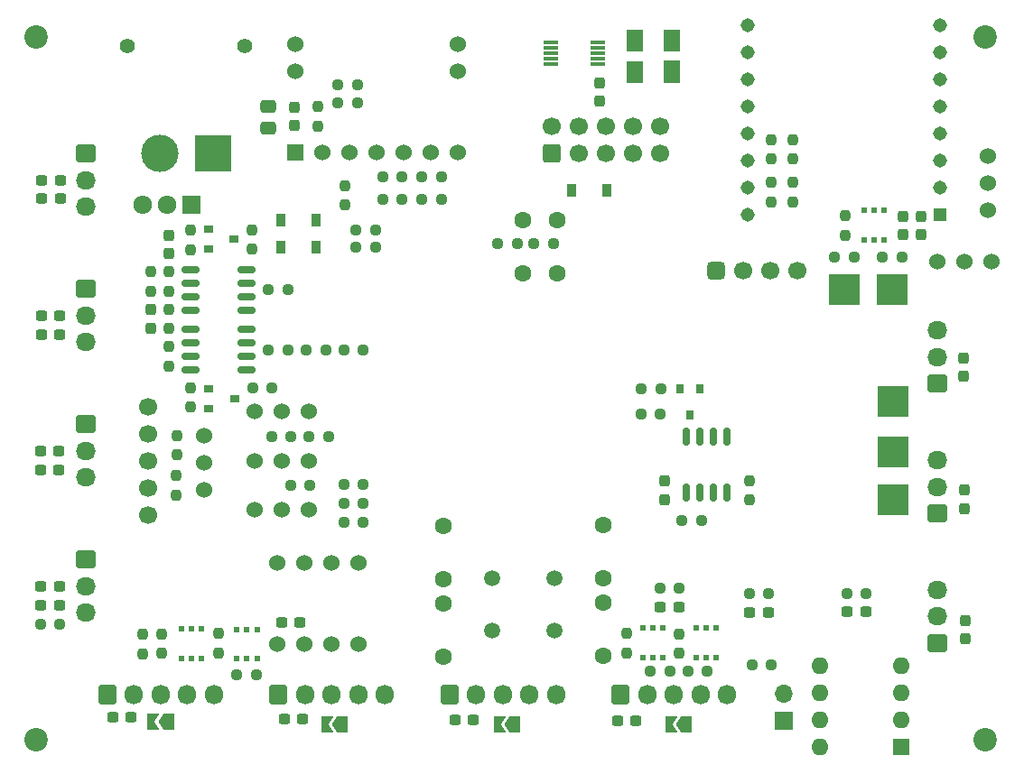
<source format=gbs>
%TF.GenerationSoftware,KiCad,Pcbnew,(6.0.11)*%
%TF.CreationDate,2023-06-24T18:02:59+09:00*%
%TF.ProjectId,main,6d61696e-2e6b-4696-9361-645f70636258,rev?*%
%TF.SameCoordinates,Original*%
%TF.FileFunction,Soldermask,Bot*%
%TF.FilePolarity,Negative*%
%FSLAX46Y46*%
G04 Gerber Fmt 4.6, Leading zero omitted, Abs format (unit mm)*
G04 Created by KiCad (PCBNEW (6.0.11)) date 2023-06-24 18:02:59*
%MOMM*%
%LPD*%
G01*
G04 APERTURE LIST*
G04 Aperture macros list*
%AMRoundRect*
0 Rectangle with rounded corners*
0 $1 Rounding radius*
0 $2 $3 $4 $5 $6 $7 $8 $9 X,Y pos of 4 corners*
0 Add a 4 corners polygon primitive as box body*
4,1,4,$2,$3,$4,$5,$6,$7,$8,$9,$2,$3,0*
0 Add four circle primitives for the rounded corners*
1,1,$1+$1,$2,$3*
1,1,$1+$1,$4,$5*
1,1,$1+$1,$6,$7*
1,1,$1+$1,$8,$9*
0 Add four rect primitives between the rounded corners*
20,1,$1+$1,$2,$3,$4,$5,0*
20,1,$1+$1,$4,$5,$6,$7,0*
20,1,$1+$1,$6,$7,$8,$9,0*
20,1,$1+$1,$8,$9,$2,$3,0*%
%AMFreePoly0*
4,1,6,1.000000,0.000000,0.500000,-0.750000,-0.500000,-0.750000,-0.500000,0.750000,0.500000,0.750000,1.000000,0.000000,1.000000,0.000000,$1*%
%AMFreePoly1*
4,1,6,0.500000,-0.750000,-0.650000,-0.750000,-0.150000,0.000000,-0.650000,0.750000,0.500000,0.750000,0.500000,-0.750000,0.500000,-0.750000,$1*%
G04 Aperture macros list end*
%ADD10C,1.524000*%
%ADD11C,1.500000*%
%ADD12C,1.600000*%
%ADD13C,2.200000*%
%ADD14RoundRect,0.250000X0.600000X-0.600000X0.600000X0.600000X-0.600000X0.600000X-0.600000X-0.600000X0*%
%ADD15C,1.700000*%
%ADD16R,1.308000X1.308000*%
%ADD17C,1.308000*%
%ADD18R,1.600000X1.600000*%
%ADD19O,1.600000X1.600000*%
%ADD20RoundRect,0.250000X-0.600000X-0.675000X0.600000X-0.675000X0.600000X0.675000X-0.600000X0.675000X0*%
%ADD21O,1.700000X1.850000*%
%ADD22RoundRect,0.250000X-0.675000X0.600000X-0.675000X-0.600000X0.675000X-0.600000X0.675000X0.600000X0*%
%ADD23O,1.850000X1.700000*%
%ADD24RoundRect,0.425000X-0.425000X-0.425000X0.425000X-0.425000X0.425000X0.425000X-0.425000X0.425000X0*%
%ADD25RoundRect,0.250000X0.675000X-0.600000X0.675000X0.600000X-0.675000X0.600000X-0.675000X-0.600000X0*%
%ADD26C,1.400000*%
%ADD27R,3.500000X3.500000*%
%ADD28C,3.500000*%
%ADD29R,1.717500X1.800000*%
%ADD30O,1.717500X1.800000*%
%ADD31R,1.700000X1.700000*%
%ADD32O,1.700000X1.700000*%
%ADD33R,1.524000X1.524000*%
%ADD34R,0.620000X0.575000*%
%ADD35R,1.500000X1.500000*%
%ADD36FreePoly0,270.000000*%
%ADD37FreePoly0,90.000000*%
%ADD38RoundRect,0.237500X0.250000X0.237500X-0.250000X0.237500X-0.250000X-0.237500X0.250000X-0.237500X0*%
%ADD39RoundRect,0.237500X-0.250000X-0.237500X0.250000X-0.237500X0.250000X0.237500X-0.250000X0.237500X0*%
%ADD40RoundRect,0.237500X-0.300000X-0.237500X0.300000X-0.237500X0.300000X0.237500X-0.300000X0.237500X0*%
%ADD41RoundRect,0.237500X-0.237500X0.300000X-0.237500X-0.300000X0.237500X-0.300000X0.237500X0.300000X0*%
%ADD42RoundRect,0.237500X-0.237500X0.250000X-0.237500X-0.250000X0.237500X-0.250000X0.237500X0.250000X0*%
%ADD43FreePoly0,180.000000*%
%ADD44FreePoly1,180.000000*%
%ADD45R,3.000000X3.000000*%
%ADD46RoundRect,0.237500X0.237500X-0.250000X0.237500X0.250000X-0.237500X0.250000X-0.237500X-0.250000X0*%
%ADD47RoundRect,0.237500X0.300000X0.237500X-0.300000X0.237500X-0.300000X-0.237500X0.300000X-0.237500X0*%
%ADD48RoundRect,0.150000X-0.150000X0.675000X-0.150000X-0.675000X0.150000X-0.675000X0.150000X0.675000X0*%
%ADD49RoundRect,0.237500X0.237500X-0.300000X0.237500X0.300000X-0.237500X0.300000X-0.237500X-0.300000X0*%
%ADD50R,0.800000X0.900000*%
%ADD51R,0.900000X1.200000*%
%ADD52R,1.400000X0.300000*%
%ADD53RoundRect,0.150000X0.675000X0.150000X-0.675000X0.150000X-0.675000X-0.150000X0.675000X-0.150000X0*%
%ADD54RoundRect,0.250000X-0.475000X0.337500X-0.475000X-0.337500X0.475000X-0.337500X0.475000X0.337500X0*%
%ADD55R,0.900000X0.800000*%
G04 APERTURE END LIST*
D10*
%TO.C,SW12*%
X112170800Y-97527800D03*
X109630800Y-97527800D03*
X107090800Y-97527800D03*
%TD*%
D11*
%TO.C,Y2*%
X129392000Y-113199600D03*
X129392000Y-118099600D03*
%TD*%
D10*
%TO.C,SW2*%
X102391800Y-99763000D03*
X102391800Y-102303000D03*
X102391800Y-104843000D03*
%TD*%
D12*
%TO.C,C51*%
X139755200Y-120493200D03*
X139755200Y-115493200D03*
%TD*%
D13*
%TO.C,REF\u002A\u002A*%
X86621200Y-128351600D03*
%TD*%
D14*
%TO.C,J7*%
X134929200Y-73329500D03*
D15*
X134929200Y-70789500D03*
X137469200Y-73329500D03*
X137469200Y-70789500D03*
X140009200Y-73329500D03*
X140009200Y-70789500D03*
X142549200Y-73329500D03*
X142549200Y-70789500D03*
X145089200Y-73329500D03*
X145089200Y-70789500D03*
%TD*%
D12*
%TO.C,C50*%
X139755200Y-108199600D03*
X139755200Y-113199600D03*
%TD*%
D16*
%TO.C,U2*%
X171378200Y-79036600D03*
D17*
X171378200Y-76496600D03*
X171378200Y-73956600D03*
X171378200Y-71416600D03*
X171378200Y-68876600D03*
X171378200Y-66336600D03*
X171378200Y-63796600D03*
X171378200Y-61256600D03*
X153344200Y-61256600D03*
X153344200Y-63796600D03*
X153344200Y-66336600D03*
X153344200Y-68876600D03*
X153344200Y-71416600D03*
X153344200Y-73956600D03*
X153344200Y-76496600D03*
X153344200Y-79036600D03*
%TD*%
D18*
%TO.C,SW5*%
X167761400Y-129013800D03*
D19*
X167761400Y-126473800D03*
X167761400Y-123933800D03*
X167761400Y-121393800D03*
X160141400Y-121393800D03*
X160141400Y-123933800D03*
X160141400Y-126473800D03*
X160141400Y-129013800D03*
%TD*%
D20*
%TO.C,J9*%
X93302400Y-124062400D03*
D21*
X95802400Y-124062400D03*
X98302400Y-124062400D03*
X100802400Y-124062400D03*
X103302400Y-124062400D03*
%TD*%
D12*
%TO.C,C30*%
X132287600Y-84573800D03*
X132287600Y-79573800D03*
%TD*%
D20*
%TO.C,J8*%
X109329800Y-124062400D03*
D21*
X111829800Y-124062400D03*
X114329800Y-124062400D03*
X116829800Y-124062400D03*
X119329800Y-124062400D03*
%TD*%
D13*
%TO.C,REF\u002A\u002A*%
X86621200Y-62351600D03*
%TD*%
D22*
%TO.C,J4*%
X91241200Y-86021600D03*
D23*
X91241200Y-88521600D03*
X91241200Y-91021600D03*
%TD*%
D20*
%TO.C,J10*%
X125382600Y-124062400D03*
D21*
X127882600Y-124062400D03*
X130382600Y-124062400D03*
X132882600Y-124062400D03*
X135382600Y-124062400D03*
%TD*%
D12*
%TO.C,C53*%
X124769200Y-120525600D03*
X124769200Y-115525600D03*
%TD*%
D10*
%TO.C,SW8*%
X112151200Y-102151600D03*
X109611200Y-102151600D03*
X107071200Y-102151600D03*
%TD*%
D12*
%TO.C,C29*%
X135437200Y-79584600D03*
X135437200Y-84584600D03*
%TD*%
D24*
%TO.C,U7*%
X150397800Y-84292600D03*
D15*
X152937800Y-84292600D03*
X155477800Y-84292600D03*
X158017800Y-84292600D03*
%TD*%
D25*
%TO.C,J12*%
X171121200Y-119251600D03*
D23*
X171121200Y-116751600D03*
X171121200Y-114251600D03*
%TD*%
D12*
%TO.C,C52*%
X124769200Y-108246600D03*
X124769200Y-113246600D03*
%TD*%
D22*
%TO.C,J6*%
X91241200Y-111421600D03*
D23*
X91241200Y-113921600D03*
X91241200Y-116421600D03*
%TD*%
D10*
%TO.C,SW7*%
X171131200Y-83451600D03*
X173671200Y-83451600D03*
X176211200Y-83451600D03*
%TD*%
D26*
%TO.C,J1*%
X95190000Y-63256200D03*
X106190000Y-63256200D03*
D27*
X103190000Y-73256200D03*
D28*
X98190000Y-73256200D03*
%TD*%
D15*
%TO.C,SW11*%
X97083200Y-104741400D03*
X97083200Y-102201400D03*
X97083200Y-99661400D03*
X97083200Y-107281400D03*
X97083200Y-97121400D03*
%TD*%
D29*
%TO.C,Q1*%
X101176600Y-78103800D03*
D30*
X98886600Y-78103800D03*
X96596600Y-78103800D03*
%TD*%
D25*
%TO.C,J13*%
X171121200Y-94901600D03*
D23*
X171121200Y-92401600D03*
X171121200Y-89901600D03*
%TD*%
D31*
%TO.C,JP3*%
X156722400Y-126514200D03*
D32*
X156722400Y-123974200D03*
%TD*%
D25*
%TO.C,J14*%
X171121200Y-107101600D03*
D23*
X171121200Y-104601600D03*
X171121200Y-102101600D03*
%TD*%
D10*
%TO.C,J2*%
X110945000Y-63060400D03*
X126185000Y-63060400D03*
X126185000Y-65600400D03*
X110945000Y-65600400D03*
X126185000Y-73220400D03*
X118565000Y-73220400D03*
D33*
X110945000Y-73220400D03*
D10*
X121105000Y-73220400D03*
X116025000Y-73220400D03*
X113485000Y-73220400D03*
X123645000Y-73220400D03*
%TD*%
%TO.C,U6*%
X111801200Y-119361600D03*
X111801200Y-111741600D03*
X109261200Y-119361600D03*
X116881200Y-111741600D03*
X114341200Y-111741600D03*
X116881200Y-119361600D03*
X114341200Y-119361600D03*
X109261200Y-111741600D03*
%TD*%
%TO.C,SW9*%
X112161200Y-106701600D03*
X109621200Y-106701600D03*
X107081200Y-106701600D03*
%TD*%
D13*
%TO.C,REF\u002A\u002A*%
X175621200Y-128351600D03*
%TD*%
D22*
%TO.C,J5*%
X91241200Y-98721600D03*
D23*
X91241200Y-101221600D03*
X91241200Y-103721600D03*
%TD*%
D10*
%TO.C,SW1*%
X175874000Y-78655600D03*
X175874000Y-76115600D03*
X175874000Y-73575600D03*
%TD*%
D11*
%TO.C,Y1*%
X135183200Y-113188000D03*
X135183200Y-118088000D03*
%TD*%
D22*
%TO.C,J3*%
X91241200Y-73321600D03*
D23*
X91241200Y-75821600D03*
X91241200Y-78321600D03*
%TD*%
D20*
%TO.C,J11*%
X141410000Y-124062400D03*
D21*
X143910000Y-124062400D03*
X146410000Y-124062400D03*
X148910000Y-124062400D03*
X151410000Y-124062400D03*
%TD*%
D13*
%TO.C,REF\u002A\u002A*%
X175621200Y-62351600D03*
%TD*%
D34*
%TO.C,U10*%
X102122600Y-120709000D03*
X101172600Y-120709000D03*
X100222600Y-120709000D03*
X100222600Y-117933000D03*
X101172600Y-117933000D03*
X102122600Y-117933000D03*
%TD*%
D35*
%TO.C,JP1*%
X142727000Y-65403000D03*
X142727000Y-63003000D03*
D36*
X142727000Y-62203000D03*
D37*
X142727000Y-66203000D03*
%TD*%
D38*
%TO.C,R6*%
X124640300Y-77588800D03*
X122815300Y-77588800D03*
%TD*%
D34*
%TO.C,U13*%
X107329600Y-120734400D03*
X106379600Y-120734400D03*
X105429600Y-120734400D03*
X105429600Y-117958400D03*
X106379600Y-117958400D03*
X107329600Y-117958400D03*
%TD*%
D39*
%TO.C,R23*%
X115469900Y-91751600D03*
X117294900Y-91751600D03*
%TD*%
%TO.C,R25*%
X108408700Y-91751600D03*
X110233700Y-91751600D03*
%TD*%
D38*
%TO.C,R5*%
X88851700Y-117492200D03*
X87026700Y-117492200D03*
%TD*%
D40*
%TO.C,C42*%
X109885900Y-126407600D03*
X111610900Y-126407600D03*
%TD*%
D38*
%TO.C,R41*%
X118417300Y-82135400D03*
X116592300Y-82135400D03*
%TD*%
%TO.C,R33*%
X145163500Y-97781800D03*
X143338500Y-97781800D03*
%TD*%
D39*
%TO.C,R9*%
X114908700Y-66901600D03*
X116733700Y-66901600D03*
%TD*%
D40*
%TO.C,C15*%
X109658700Y-117301600D03*
X111383700Y-117301600D03*
%TD*%
D41*
%TO.C,C9*%
X97388000Y-87978500D03*
X97388000Y-89703500D03*
%TD*%
D40*
%TO.C,C17*%
X87076700Y-113936200D03*
X88801700Y-113936200D03*
%TD*%
D42*
%TO.C,R34*%
X157560600Y-72002700D03*
X157560600Y-73827700D03*
%TD*%
D39*
%TO.C,R65*%
X115474700Y-106113000D03*
X117299700Y-106113000D03*
%TD*%
D43*
%TO.C,JP6*%
X131514000Y-126890200D03*
D44*
X130064000Y-126890200D03*
%TD*%
D45*
%TO.C,H5*%
X162412000Y-86097800D03*
%TD*%
D46*
%TO.C,R67*%
X99801000Y-101589900D03*
X99801000Y-99764900D03*
%TD*%
D39*
%TO.C,R68*%
X112208700Y-99851600D03*
X114033700Y-99851600D03*
%TD*%
D47*
%TO.C,C28*%
X164392100Y-116273000D03*
X162667100Y-116273000D03*
%TD*%
D45*
%TO.C,H3*%
X166984000Y-105782800D03*
%TD*%
D38*
%TO.C,R40*%
X135105100Y-81751600D03*
X133280100Y-81751600D03*
%TD*%
D40*
%TO.C,C43*%
X141127900Y-126560000D03*
X142852900Y-126560000D03*
%TD*%
D45*
%TO.C,H1*%
X166958600Y-96613400D03*
%TD*%
D40*
%TO.C,C12*%
X87102100Y-88561600D03*
X88827100Y-88561600D03*
%TD*%
D48*
%TO.C,U9*%
X147603800Y-99855800D03*
X148873800Y-99855800D03*
X150143800Y-99855800D03*
X151413800Y-99855800D03*
X151413800Y-105105800D03*
X150143800Y-105105800D03*
X148873800Y-105105800D03*
X147603800Y-105105800D03*
%TD*%
D40*
%TO.C,C39*%
X125887900Y-126433000D03*
X127612900Y-126433000D03*
%TD*%
%TO.C,C10*%
X87152900Y-75810800D03*
X88877900Y-75810800D03*
%TD*%
D38*
%TO.C,R29*%
X149557700Y-121861000D03*
X147732700Y-121861000D03*
%TD*%
D42*
%TO.C,R43*%
X103763400Y-118357700D03*
X103763400Y-120182700D03*
%TD*%
D49*
%TO.C,C8*%
X99064400Y-82693100D03*
X99064400Y-80968100D03*
%TD*%
D46*
%TO.C,R44*%
X153496600Y-105831700D03*
X153496600Y-104006700D03*
%TD*%
D38*
%TO.C,R26*%
X164442100Y-114571200D03*
X162617100Y-114571200D03*
%TD*%
D50*
%TO.C,Q4*%
X146958600Y-95413400D03*
X148858600Y-95413400D03*
X147908600Y-97813400D03*
%TD*%
D40*
%TO.C,C14*%
X87052400Y-101236200D03*
X88777400Y-101236200D03*
%TD*%
D39*
%TO.C,R48*%
X153750600Y-121327600D03*
X155575600Y-121327600D03*
%TD*%
D41*
%TO.C,C2*%
X110850000Y-68979300D03*
X110850000Y-70704300D03*
%TD*%
D51*
%TO.C,D4*%
X109530200Y-82059200D03*
X112830200Y-82059200D03*
%TD*%
D43*
%TO.C,JP7*%
X147566800Y-126890200D03*
D44*
X146116800Y-126890200D03*
%TD*%
D40*
%TO.C,C38*%
X93782300Y-126229800D03*
X95507300Y-126229800D03*
%TD*%
D38*
%TO.C,R27*%
X118417300Y-80509800D03*
X116592300Y-80509800D03*
%TD*%
D46*
%TO.C,R31*%
X96575200Y-120258900D03*
X96575200Y-118433900D03*
%TD*%
D35*
%TO.C,JP2*%
X146232200Y-65377600D03*
X146232200Y-62977600D03*
D36*
X146232200Y-62177600D03*
D37*
X146232200Y-66177600D03*
%TD*%
D49*
%TO.C,C3*%
X139425000Y-68392900D03*
X139425000Y-66667900D03*
%TD*%
%TO.C,C4*%
X169571200Y-80914100D03*
X169571200Y-79189100D03*
%TD*%
D47*
%TO.C,C11*%
X88877900Y-77487200D03*
X87152900Y-77487200D03*
%TD*%
D43*
%TO.C,JP5*%
X99027400Y-126636200D03*
D44*
X97577400Y-126636200D03*
%TD*%
D42*
%TO.C,R4*%
X155503200Y-72002700D03*
X155503200Y-73827700D03*
%TD*%
%TO.C,R16*%
X99064400Y-87928500D03*
X99064400Y-89753500D03*
%TD*%
D34*
%TO.C,U11*%
X145404200Y-120607400D03*
X144454200Y-120607400D03*
X143504200Y-120607400D03*
X143504200Y-117831400D03*
X144454200Y-117831400D03*
X145404200Y-117831400D03*
%TD*%
D38*
%TO.C,R28*%
X145188900Y-95419600D03*
X143363900Y-95419600D03*
%TD*%
D47*
%TO.C,C13*%
X88852500Y-90288800D03*
X87127500Y-90288800D03*
%TD*%
D46*
%TO.C,R8*%
X101121800Y-97119500D03*
X101121800Y-95294500D03*
%TD*%
D42*
%TO.C,R36*%
X141965000Y-118357700D03*
X141965000Y-120182700D03*
%TD*%
D52*
%TO.C,U3*%
X134862800Y-64898200D03*
X134862800Y-64398200D03*
X134862800Y-63898200D03*
X134862800Y-63398200D03*
X134862800Y-62898200D03*
X139262800Y-62898200D03*
X139262800Y-63398200D03*
X139262800Y-63898200D03*
X139262800Y-64398200D03*
X139262800Y-64898200D03*
%TD*%
D41*
%TO.C,C6*%
X167871200Y-79189100D03*
X167871200Y-80914100D03*
%TD*%
D38*
%TO.C,R47*%
X120933700Y-77588800D03*
X119108700Y-77588800D03*
%TD*%
D49*
%TO.C,C36*%
X173571200Y-94214100D03*
X173571200Y-92489100D03*
%TD*%
D34*
%TO.C,U1*%
X166121200Y-81439600D03*
X165171200Y-81439600D03*
X164221200Y-81439600D03*
X164221200Y-78663600D03*
X165171200Y-78663600D03*
X166121200Y-78663600D03*
%TD*%
D47*
%TO.C,C23*%
X146891500Y-115866600D03*
X145166500Y-115866600D03*
%TD*%
D42*
%TO.C,R42*%
X146943400Y-118383100D03*
X146943400Y-120208100D03*
%TD*%
D47*
%TO.C,C18*%
X88801700Y-115688800D03*
X87076700Y-115688800D03*
%TD*%
D39*
%TO.C,R45*%
X147199300Y-107738600D03*
X149024300Y-107738600D03*
%TD*%
D38*
%TO.C,R69*%
X163324500Y-82999000D03*
X161499500Y-82999000D03*
%TD*%
%TO.C,R32*%
X146027100Y-121911800D03*
X144202100Y-121911800D03*
%TD*%
D42*
%TO.C,R17*%
X99064400Y-91433700D03*
X99064400Y-93258700D03*
%TD*%
D49*
%TO.C,C41*%
X173721200Y-118864100D03*
X173721200Y-117139100D03*
%TD*%
D42*
%TO.C,R39*%
X155528600Y-76015900D03*
X155528600Y-77840900D03*
%TD*%
D38*
%TO.C,R58*%
X110533700Y-99851600D03*
X108708700Y-99851600D03*
%TD*%
D49*
%TO.C,C40*%
X173621200Y-106614100D03*
X173621200Y-104889100D03*
%TD*%
D38*
%TO.C,R19*%
X110221200Y-86051600D03*
X108396200Y-86051600D03*
%TD*%
D51*
%TO.C,D2*%
X109530200Y-79570000D03*
X112830200Y-79570000D03*
%TD*%
D42*
%TO.C,R35*%
X98404000Y-118408500D03*
X98404000Y-120233500D03*
%TD*%
D43*
%TO.C,JP4*%
X115334200Y-126864800D03*
D44*
X113884200Y-126864800D03*
%TD*%
D42*
%TO.C,R15*%
X97388000Y-84423300D03*
X97388000Y-86248300D03*
%TD*%
D39*
%TO.C,R24*%
X111964700Y-91751600D03*
X113789700Y-91751600D03*
%TD*%
%TO.C,R64*%
X115474700Y-104335000D03*
X117299700Y-104335000D03*
%TD*%
D38*
%TO.C,R59*%
X112283700Y-104451600D03*
X110458700Y-104451600D03*
%TD*%
D42*
%TO.C,R7*%
X101121800Y-80486300D03*
X101121800Y-82311300D03*
%TD*%
D53*
%TO.C,U4*%
X106363000Y-84192800D03*
X106363000Y-85462800D03*
X106363000Y-86732800D03*
X106363000Y-88002800D03*
X101113000Y-88002800D03*
X101113000Y-86732800D03*
X101113000Y-85462800D03*
X101113000Y-84192800D03*
%TD*%
D39*
%TO.C,R38*%
X129927300Y-81751600D03*
X131752300Y-81751600D03*
%TD*%
D46*
%TO.C,R1*%
X162471200Y-80964100D03*
X162471200Y-79139100D03*
%TD*%
D38*
%TO.C,R10*%
X116733700Y-68551600D03*
X114908700Y-68551600D03*
%TD*%
D54*
%TO.C,C1*%
X108360800Y-68855100D03*
X108360800Y-70930100D03*
%TD*%
D39*
%TO.C,R66*%
X115474700Y-107891000D03*
X117299700Y-107891000D03*
%TD*%
D45*
%TO.C,H4*%
X166857000Y-86072400D03*
%TD*%
D39*
%TO.C,R2*%
X122815300Y-75506000D03*
X124640300Y-75506000D03*
%TD*%
%TO.C,R37*%
X105441700Y-122191200D03*
X107266700Y-122191200D03*
%TD*%
D55*
%TO.C,Q2*%
X102792000Y-82272600D03*
X102792000Y-80372600D03*
X105192000Y-81322600D03*
%TD*%
D51*
%TO.C,D8*%
X136860600Y-76725200D03*
X140160600Y-76725200D03*
%TD*%
D53*
%TO.C,U5*%
X106363000Y-89780800D03*
X106363000Y-91050800D03*
X106363000Y-92320800D03*
X106363000Y-93590800D03*
X101113000Y-93590800D03*
X101113000Y-92320800D03*
X101113000Y-91050800D03*
X101113000Y-89780800D03*
%TD*%
D39*
%TO.C,R12*%
X106914900Y-95318000D03*
X108739900Y-95318000D03*
%TD*%
D46*
%TO.C,R30*%
X113009000Y-70754300D03*
X113009000Y-68929300D03*
%TD*%
D55*
%TO.C,Q3*%
X102817400Y-97284000D03*
X102817400Y-95384000D03*
X105217400Y-96334000D03*
%TD*%
D38*
%TO.C,R21*%
X146941500Y-114114000D03*
X145116500Y-114114000D03*
%TD*%
D39*
%TO.C,R70*%
X165969900Y-82999000D03*
X167794900Y-82999000D03*
%TD*%
D46*
%TO.C,R14*%
X99064400Y-86248300D03*
X99064400Y-84423300D03*
%TD*%
%TO.C,R13*%
X99775600Y-105374500D03*
X99775600Y-103549500D03*
%TD*%
D47*
%TO.C,C16*%
X88777400Y-102988800D03*
X87052400Y-102988800D03*
%TD*%
%TO.C,C24*%
X155274600Y-116374600D03*
X153549600Y-116374600D03*
%TD*%
D49*
%TO.C,C31*%
X145521000Y-105781700D03*
X145521000Y-104056700D03*
%TD*%
D38*
%TO.C,R22*%
X155323500Y-114596600D03*
X153498500Y-114596600D03*
%TD*%
D45*
%TO.C,H2*%
X166958600Y-101337800D03*
%TD*%
D42*
%TO.C,R46*%
X115599800Y-76320700D03*
X115599800Y-78145700D03*
%TD*%
D34*
%TO.C,U12*%
X150408000Y-120607400D03*
X149458000Y-120607400D03*
X148508000Y-120607400D03*
X148508000Y-117831400D03*
X149458000Y-117831400D03*
X150408000Y-117831400D03*
%TD*%
D42*
%TO.C,R11*%
X106862200Y-80460900D03*
X106862200Y-82285900D03*
%TD*%
D39*
%TO.C,R3*%
X119108700Y-75501600D03*
X120933700Y-75501600D03*
%TD*%
D42*
%TO.C,R49*%
X157560600Y-76015900D03*
X157560600Y-77840900D03*
%TD*%
M02*

</source>
